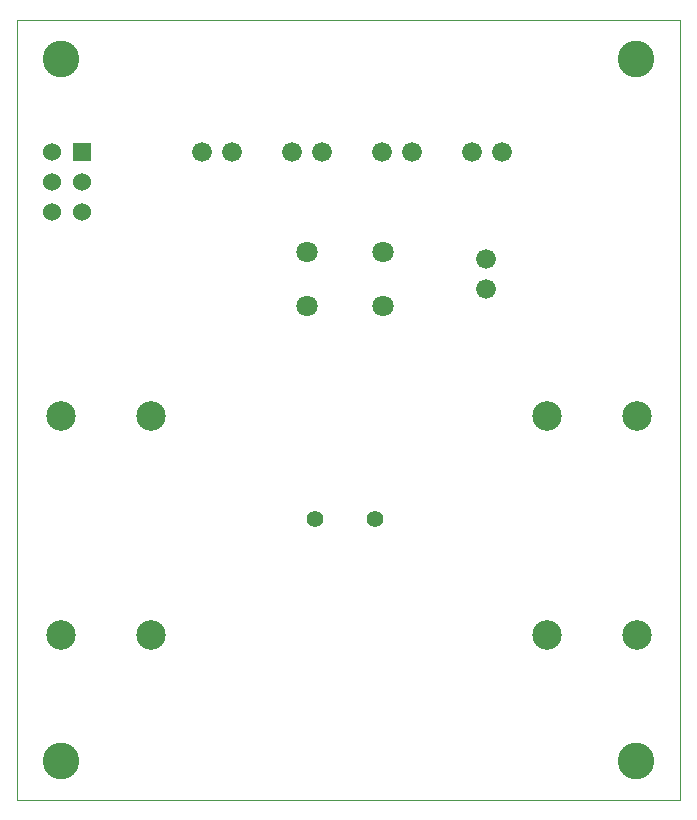
<source format=gbr>
%FSLAX46Y46*%
G04 Gerber Fmt 4.6, Leading zero omitted, Abs format (unit mm)*
G04 Created by KiCad (PCBNEW (2014-09-18 BZR 5141)-product) date Mon 13 Oct 2014 02:33:10 PM EEST*
%MOMM*%
G01*
G04 APERTURE LIST*
%ADD10C,0.150000*%
%ADD11C,0.100000*%
%ADD12C,2.500000*%
%ADD13C,1.800000*%
%ADD14C,3.100000*%
%ADD15R,1.524000X1.524000*%
%ADD16C,1.524000*%
%ADD17C,1.676400*%
%ADD18C,1.422400*%
G04 APERTURE END LIST*
D10*
D11*
X89090000Y-67000000D02*
X89090000Y-133000000D01*
X145225000Y-67000000D02*
X89090000Y-67000000D01*
X145225000Y-133000000D02*
X145225000Y-67000000D01*
X89090000Y-133000000D02*
X145225000Y-133000000D01*
D12*
X133922500Y-100500000D03*
X141542500Y-100500000D03*
X92772500Y-100500000D03*
X100392500Y-100500000D03*
D13*
X113590000Y-91150000D03*
X113590000Y-86650000D03*
X120090000Y-91150000D03*
X120090000Y-86650000D03*
D14*
X92800000Y-129750000D03*
X141500000Y-129750000D03*
X92800000Y-70250000D03*
X141500000Y-70250000D03*
D15*
X94615000Y-78105000D03*
D16*
X92075000Y-78105000D03*
X94615000Y-80645000D03*
X92075000Y-80645000D03*
X94615000Y-83185000D03*
X92075000Y-83185000D03*
D17*
X128750000Y-89770000D03*
X128750000Y-87230000D03*
X107315000Y-78105000D03*
X104775000Y-78105000D03*
X114935000Y-78105000D03*
X112395000Y-78105000D03*
X122555000Y-78105000D03*
X120015000Y-78105000D03*
X130175000Y-78105000D03*
X127635000Y-78105000D03*
D18*
X114300000Y-109220000D03*
X119380000Y-109220000D03*
D12*
X100392500Y-119000000D03*
X92772500Y-119000000D03*
X141542500Y-119000000D03*
X133922500Y-119000000D03*
M02*

</source>
